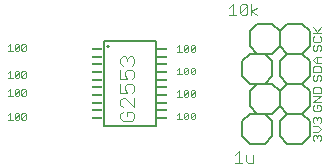
<source format=gto>
G75*
%MOIN*%
%OFA0B0*%
%FSLAX24Y24*%
%IPPOS*%
%LPD*%
%AMOC8*
5,1,8,0,0,1.08239X$1,22.5*
%
%ADD10C,0.0030*%
%ADD11C,0.0020*%
%ADD12C,0.0050*%
%ADD13R,0.0382X0.0102*%
%ADD14C,0.0040*%
%ADD15C,0.0060*%
D10*
X009763Y000750D02*
X010010Y000750D01*
X009887Y000750D02*
X009887Y001120D01*
X009763Y000997D01*
X010132Y000997D02*
X010132Y000812D01*
X010193Y000750D01*
X010379Y000750D01*
X010379Y000997D01*
X012356Y001521D02*
X012404Y001472D01*
X012356Y001521D02*
X012356Y001617D01*
X012404Y001666D01*
X012453Y001666D01*
X012501Y001617D01*
X012550Y001666D01*
X012598Y001666D01*
X012646Y001617D01*
X012646Y001521D01*
X012598Y001472D01*
X012501Y001569D02*
X012501Y001617D01*
X012550Y001767D02*
X012356Y001767D01*
X012550Y001767D02*
X012646Y001864D01*
X012550Y001960D01*
X012356Y001960D01*
X012404Y002062D02*
X012356Y002110D01*
X012356Y002207D01*
X012404Y002255D01*
X012453Y002255D01*
X012501Y002207D01*
X012550Y002255D01*
X012598Y002255D01*
X012646Y002207D01*
X012646Y002110D01*
X012598Y002062D01*
X012501Y002158D02*
X012501Y002207D01*
X012404Y002472D02*
X012598Y002472D01*
X012646Y002521D01*
X012646Y002617D01*
X012598Y002666D01*
X012501Y002666D01*
X012501Y002569D01*
X012404Y002472D02*
X012356Y002521D01*
X012356Y002617D01*
X012404Y002666D01*
X012356Y002767D02*
X012646Y002960D01*
X012356Y002960D01*
X012356Y003062D02*
X012356Y003207D01*
X012404Y003255D01*
X012598Y003255D01*
X012646Y003207D01*
X012646Y003062D01*
X012356Y003062D01*
X012356Y002767D02*
X012646Y002767D01*
X012598Y003472D02*
X012646Y003521D01*
X012646Y003617D01*
X012598Y003666D01*
X012550Y003666D01*
X012501Y003617D01*
X012501Y003521D01*
X012453Y003472D01*
X012404Y003472D01*
X012356Y003521D01*
X012356Y003617D01*
X012404Y003666D01*
X012356Y003767D02*
X012356Y003912D01*
X012404Y003960D01*
X012598Y003960D01*
X012646Y003912D01*
X012646Y003767D01*
X012356Y003767D01*
X012453Y004062D02*
X012356Y004158D01*
X012453Y004255D01*
X012646Y004255D01*
X012501Y004255D02*
X012501Y004062D01*
X012453Y004062D02*
X012646Y004062D01*
X012598Y004472D02*
X012646Y004521D01*
X012646Y004617D01*
X012598Y004666D01*
X012550Y004666D01*
X012501Y004617D01*
X012501Y004521D01*
X012453Y004472D01*
X012404Y004472D01*
X012356Y004521D01*
X012356Y004617D01*
X012404Y004666D01*
X012404Y004767D02*
X012598Y004767D01*
X012646Y004815D01*
X012646Y004912D01*
X012598Y004960D01*
X012646Y005062D02*
X012356Y005062D01*
X012404Y004960D02*
X012356Y004912D01*
X012356Y004815D01*
X012404Y004767D01*
X012550Y005062D02*
X012356Y005255D01*
X012501Y005110D02*
X012646Y005255D01*
X010491Y005663D02*
X010306Y005786D01*
X010491Y005909D01*
X010306Y006033D02*
X010306Y005663D01*
X010184Y005724D02*
X010123Y005663D01*
X009999Y005663D01*
X009937Y005724D01*
X010184Y005971D01*
X010184Y005724D01*
X009937Y005724D02*
X009937Y005971D01*
X009999Y006033D01*
X010123Y006033D01*
X010184Y005971D01*
X009692Y006033D02*
X009692Y005663D01*
X009569Y005663D02*
X009816Y005663D01*
X009569Y005909D02*
X009692Y006033D01*
D11*
X002354Y002180D02*
X002207Y002180D01*
X002280Y002180D02*
X002280Y002400D01*
X002207Y002327D01*
X002428Y002363D02*
X002428Y002217D01*
X002575Y002363D01*
X002575Y002217D01*
X002538Y002180D01*
X002465Y002180D01*
X002428Y002217D01*
X002649Y002217D02*
X002796Y002363D01*
X002796Y002217D01*
X002759Y002180D01*
X002686Y002180D01*
X002649Y002217D01*
X002649Y002363D01*
X002686Y002400D01*
X002759Y002400D01*
X002796Y002363D01*
X002575Y002363D02*
X002538Y002400D01*
X002465Y002400D01*
X002428Y002363D01*
X002465Y002980D02*
X002428Y003017D01*
X002575Y003163D01*
X002575Y003017D01*
X002538Y002980D01*
X002465Y002980D01*
X002428Y003017D02*
X002428Y003163D01*
X002465Y003200D01*
X002538Y003200D01*
X002575Y003163D01*
X002649Y003163D02*
X002686Y003200D01*
X002759Y003200D01*
X002796Y003163D01*
X002649Y003017D01*
X002686Y002980D01*
X002759Y002980D01*
X002796Y003017D01*
X002796Y003163D01*
X002649Y003163D02*
X002649Y003017D01*
X002354Y002980D02*
X002207Y002980D01*
X002280Y002980D02*
X002280Y003200D01*
X002207Y003127D01*
X002207Y003580D02*
X002354Y003580D01*
X002280Y003580D02*
X002280Y003800D01*
X002207Y003727D01*
X002428Y003763D02*
X002428Y003617D01*
X002575Y003763D01*
X002575Y003617D01*
X002538Y003580D01*
X002465Y003580D01*
X002428Y003617D01*
X002649Y003617D02*
X002796Y003763D01*
X002796Y003617D01*
X002759Y003580D01*
X002686Y003580D01*
X002649Y003617D01*
X002649Y003763D01*
X002686Y003800D01*
X002759Y003800D01*
X002796Y003763D01*
X002575Y003763D02*
X002538Y003800D01*
X002465Y003800D01*
X002428Y003763D01*
X002465Y004480D02*
X002428Y004517D01*
X002575Y004663D01*
X002575Y004517D01*
X002538Y004480D01*
X002465Y004480D01*
X002428Y004517D02*
X002428Y004663D01*
X002465Y004700D01*
X002538Y004700D01*
X002575Y004663D01*
X002649Y004663D02*
X002686Y004700D01*
X002759Y004700D01*
X002796Y004663D01*
X002649Y004517D01*
X002686Y004480D01*
X002759Y004480D01*
X002796Y004517D01*
X002796Y004663D01*
X002649Y004663D02*
X002649Y004517D01*
X002354Y004480D02*
X002207Y004480D01*
X002280Y004480D02*
X002280Y004700D01*
X002207Y004627D01*
X007845Y004589D02*
X007918Y004663D01*
X007918Y004443D01*
X007845Y004443D02*
X007991Y004443D01*
X008066Y004479D02*
X008212Y004626D01*
X008212Y004479D01*
X008176Y004443D01*
X008102Y004443D01*
X008066Y004479D01*
X008066Y004626D01*
X008102Y004663D01*
X008176Y004663D01*
X008212Y004626D01*
X008287Y004626D02*
X008323Y004663D01*
X008397Y004663D01*
X008433Y004626D01*
X008287Y004479D01*
X008323Y004443D01*
X008397Y004443D01*
X008433Y004479D01*
X008433Y004626D01*
X008287Y004626D02*
X008287Y004479D01*
X008323Y003913D02*
X008397Y003913D01*
X008433Y003876D01*
X008287Y003729D01*
X008323Y003693D01*
X008397Y003693D01*
X008433Y003729D01*
X008433Y003876D01*
X008323Y003913D02*
X008287Y003876D01*
X008287Y003729D01*
X008212Y003729D02*
X008176Y003693D01*
X008102Y003693D01*
X008066Y003729D01*
X008212Y003876D01*
X008212Y003729D01*
X008066Y003729D02*
X008066Y003876D01*
X008102Y003913D01*
X008176Y003913D01*
X008212Y003876D01*
X007918Y003913D02*
X007845Y003839D01*
X007918Y003913D02*
X007918Y003693D01*
X007845Y003693D02*
X007991Y003693D01*
X007918Y003163D02*
X007918Y002943D01*
X007845Y002943D02*
X007991Y002943D01*
X008066Y002979D02*
X008212Y003126D01*
X008212Y002979D01*
X008176Y002943D01*
X008102Y002943D01*
X008066Y002979D01*
X008066Y003126D01*
X008102Y003163D01*
X008176Y003163D01*
X008212Y003126D01*
X008287Y003126D02*
X008323Y003163D01*
X008397Y003163D01*
X008433Y003126D01*
X008287Y002979D01*
X008323Y002943D01*
X008397Y002943D01*
X008433Y002979D01*
X008433Y003126D01*
X008287Y003126D02*
X008287Y002979D01*
X007918Y003163D02*
X007845Y003089D01*
X007918Y002413D02*
X007918Y002193D01*
X007845Y002193D02*
X007991Y002193D01*
X008066Y002229D02*
X008212Y002376D01*
X008212Y002229D01*
X008176Y002193D01*
X008102Y002193D01*
X008066Y002229D01*
X008066Y002376D01*
X008102Y002413D01*
X008176Y002413D01*
X008212Y002376D01*
X008287Y002376D02*
X008323Y002413D01*
X008397Y002413D01*
X008433Y002376D01*
X008287Y002229D01*
X008323Y002193D01*
X008397Y002193D01*
X008433Y002229D01*
X008433Y002376D01*
X008287Y002376D02*
X008287Y002229D01*
X007918Y002413D02*
X007845Y002339D01*
D12*
X007126Y001978D02*
X005394Y001978D01*
X005394Y004792D01*
X007126Y004792D01*
X007126Y001978D01*
X005512Y004635D02*
X005514Y004643D01*
X005519Y004650D01*
X005526Y004654D01*
X005534Y004655D01*
X005542Y004652D01*
X005548Y004647D01*
X005552Y004639D01*
X005552Y004631D01*
X005548Y004623D01*
X005542Y004618D01*
X005534Y004615D01*
X005526Y004616D01*
X005519Y004620D01*
X005514Y004627D01*
X005512Y004635D01*
D13*
X005183Y004537D03*
X005183Y004281D03*
X005183Y004025D03*
X005183Y003769D03*
X005183Y003513D03*
X005183Y003257D03*
X005183Y003001D03*
X005183Y002745D03*
X005183Y002489D03*
X005183Y002233D03*
X007333Y002233D03*
X007333Y002489D03*
X007333Y002745D03*
X007333Y003001D03*
X007333Y003257D03*
X007333Y003513D03*
X007333Y003769D03*
X007333Y004025D03*
X007333Y004281D03*
X007333Y004537D03*
D14*
X006410Y004214D02*
X006410Y004061D01*
X006333Y003984D01*
X006333Y003830D02*
X006180Y003830D01*
X006103Y003754D01*
X006103Y003677D01*
X006180Y003524D01*
X005950Y003524D01*
X005950Y003830D01*
X006026Y003984D02*
X005950Y004061D01*
X005950Y004214D01*
X006026Y004291D01*
X006103Y004291D01*
X006180Y004214D01*
X006257Y004291D01*
X006333Y004291D01*
X006410Y004214D01*
X006180Y004214D02*
X006180Y004137D01*
X006333Y003830D02*
X006410Y003754D01*
X006410Y003600D01*
X006333Y003524D01*
X006333Y003370D02*
X006180Y003370D01*
X006103Y003293D01*
X006103Y003217D01*
X006180Y003063D01*
X005950Y003063D01*
X005950Y003370D01*
X006333Y003370D02*
X006410Y003293D01*
X006410Y003140D01*
X006333Y003063D01*
X006410Y002910D02*
X006410Y002603D01*
X006103Y002910D01*
X006026Y002910D01*
X005950Y002833D01*
X005950Y002679D01*
X006026Y002603D01*
X006026Y002449D02*
X005950Y002373D01*
X005950Y002219D01*
X006026Y002142D01*
X006333Y002142D01*
X006410Y002219D01*
X006410Y002373D01*
X006333Y002449D01*
X006180Y002449D01*
X006180Y002296D01*
D15*
X010010Y002135D02*
X010010Y001635D01*
X010260Y001385D01*
X010760Y001385D01*
X011010Y001635D01*
X011010Y002135D01*
X010760Y002385D01*
X010260Y002385D01*
X010010Y002135D01*
X010510Y002385D02*
X010260Y002635D01*
X010260Y003135D01*
X010510Y003385D01*
X011010Y003385D01*
X011260Y003135D01*
X011510Y003385D01*
X012010Y003385D01*
X012260Y003135D01*
X012260Y002635D01*
X012010Y002385D01*
X012260Y002135D01*
X012260Y001635D01*
X012010Y001385D01*
X011510Y001385D01*
X011260Y001635D01*
X011260Y002135D01*
X011510Y002385D01*
X011260Y002635D01*
X011260Y003135D01*
X011260Y002635D01*
X011010Y002385D01*
X010510Y002385D01*
X011510Y002385D02*
X012010Y002385D01*
X012010Y003385D02*
X012260Y003635D01*
X012260Y004135D01*
X012010Y004385D01*
X012260Y004635D01*
X012260Y005135D01*
X012010Y005385D01*
X011510Y005385D01*
X011260Y005135D01*
X011260Y004635D01*
X011510Y004385D01*
X012010Y004385D01*
X011510Y004385D02*
X011260Y004135D01*
X011260Y003635D01*
X011510Y003385D01*
X011010Y003635D02*
X010760Y003385D01*
X010260Y003385D01*
X010010Y003635D01*
X010010Y004135D01*
X010260Y004385D01*
X010760Y004385D01*
X011010Y004135D01*
X011010Y003635D01*
X011010Y004385D02*
X010510Y004385D01*
X010260Y004635D01*
X010260Y005135D01*
X010510Y005385D01*
X011010Y005385D01*
X011260Y005135D01*
X011260Y004635D01*
X011010Y004385D01*
M02*

</source>
